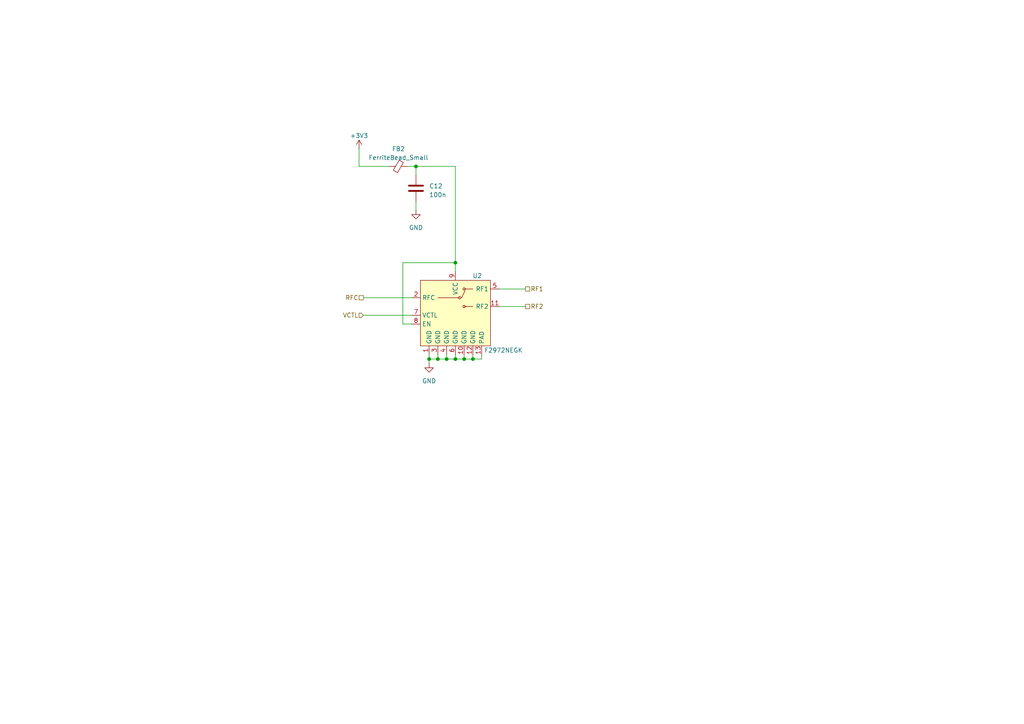
<source format=kicad_sch>
(kicad_sch (version 20210406) (generator eeschema)
  (paper "A4")
  (lib_symbols
    (symbol "Device:C" (pin_numbers hide) (pin_names (offset 0.254))
      (property "Reference" "C" (at 0.635 2.54 0))
      (property "Value" "C" (at 0.635 -2.54 0))
      (symbol "C_0_1"
        (polyline (pts (xy -2.032 -0.762) (xy 2.032 -0.762)) (stroke (width 0.508)))
        (polyline (pts (xy -2.032 0.762) (xy 2.032 0.762)) (stroke (width 0.508)))
      )
      (symbol "C_1_1"
        (pin passive line (at 0 3.81 270) (length 2.794) (name "~") (number "1"))
        (pin passive line (at 0 -3.81 90) (length 2.794) (name "~") (number "2"))
      )
    )
    (symbol "Device:FerriteBead_Small" (pin_numbers hide) (pin_names (offset 0))
      (property "Reference" "FB" (at 1.905 1.27 0))
      (property "Value" "FerriteBead_Small" (at 1.905 -1.27 0))
      (symbol "FerriteBead_Small_0_1"
        (polyline (pts (xy 0 -1.27) (xy 0 -0.7874)))
        (polyline (pts (xy 0 0.889) (xy 0 1.2954)))
        (polyline (pts (xy -1.8288 0.2794) (xy -1.1176 1.4986) (xy 1.8288 -0.2032) (xy 1.1176 -1.4224) (xy -1.8288 0.2794)))
      )
      (symbol "FerriteBead_Small_1_1"
        (pin passive line (at 0 2.54 270) (length 1.27) (name "~") (number "1"))
        (pin passive line (at 0 -2.54 90) (length 1.27) (name "~") (number "2"))
      )
    )
    (symbol "RF_WUT:F2972NEGK"
      (property "Reference" "U" (at 8.89 6.35 0))
      (property "Value" "F2972NEGK" (at 15.24 -15.24 0))
      (symbol "F2972NEGK_0_1"
        (circle (center 1.27 0) (radius 0.3592) (stroke (width 0.1524)))
        (circle (center 2.54 -2.54) (radius 0.3592) (stroke (width 0.1524)))
        (circle (center 2.54 2.54) (radius 0.3592) (stroke (width 0.1524)))
        (rectangle (start -10.16 5.08) (end 10.16 -13.97) (stroke (width 0.1524)) (fill (type background)))
        (polyline (pts (xy -5.08 0) (xy 1.27 0)) (stroke (width 0.1524)))
        (polyline (pts (xy 1.778 0) (xy 2.794 2.032)) (stroke (width 0.1524)))
        (polyline (pts (xy 5.08 -2.54) (xy 2.54 -2.54)) (stroke (width 0.1524)))
        (polyline (pts (xy 5.08 2.54) (xy 3.81 2.54) (xy 2.54 2.54)) (stroke (width 0.1524)))
      )
      (symbol "F2972NEGK_1_1"
        (pin power_in line (at -7.62 -16.51 90) (length 2.54) (name "GND") (number "1"))
        (pin power_in line (at 2.54 -16.51 90) (length 2.54) (name "GND") (number "10"))
        (pin passive line (at 12.7 -2.54 180) (length 2.54) (name "RF2") (number "11"))
        (pin power_in line (at 5.08 -16.51 90) (length 2.54) (name "GND") (number "12"))
        (pin power_in line (at 7.62 -16.51 90) (length 2.54) (name "PAD") (number "13"))
        (pin passive line (at -12.7 0 0) (length 2.54) (name "RFC") (number "2"))
        (pin power_in line (at -5.08 -16.51 90) (length 2.54) (name "GND") (number "3"))
        (pin power_in line (at -2.54 -16.51 90) (length 2.54) (name "GND") (number "4"))
        (pin passive line (at 12.7 2.54 180) (length 2.54) (name "RF1") (number "5"))
        (pin power_in line (at 0 -16.51 90) (length 2.54) (name "GND") (number "6"))
        (pin input line (at -12.7 -5.08 0) (length 2.54) (name "VCTL") (number "7"))
        (pin input line (at -12.7 -7.62 0) (length 2.54) (name "EN") (number "8"))
        (pin power_in line (at 0 7.62 270) (length 2.54) (name "VCC") (number "9"))
      )
    )
    (symbol "power:+3.3V" (power) (pin_names (offset 0))
      (property "Value" "+3.3V" (at 0 3.556 0))
      (symbol "+3.3V_0_1"
        (polyline (pts (xy -0.762 1.27) (xy 0 2.54)))
        (polyline (pts (xy 0 0) (xy 0 2.54)))
        (polyline (pts (xy 0 2.54) (xy 0.762 1.27)))
      )
      (symbol "+3.3V_1_1"
        (pin power_in line (at 0 0 90) (length 0) hide (name "+3V3") (number "1"))
      )
    )
    (symbol "power:GND" (power) (pin_names (offset 0))
      (property "Value" "GND" (at 0 -3.81 0))
      (symbol "GND_0_1"
        (polyline (pts (xy 0 0) (xy 0 -1.27) (xy 1.27 -1.27) (xy 0 -2.54) (xy -1.27 -1.27) (xy 0 -1.27)))
      )
      (symbol "GND_1_1"
        (pin power_in line (at 0 0 270) (length 0) hide (name "GND") (number "1"))
      )
    )
  )
  (junction (at 120.65 48.26) (diameter 0.9144))
  (junction (at 124.46 104.14) (diameter 0.9144))
  (junction (at 127 104.14) (diameter 0.9144))
  (junction (at 129.54 104.14) (diameter 0.9144))
  (junction (at 132.08 76.2) (diameter 0.9144))
  (junction (at 132.08 104.14) (diameter 0.9144))
  (junction (at 134.62 104.14) (diameter 0.9144))
  (junction (at 137.16 104.14) (diameter 0.9144))
  (wire (pts (xy 104.14 48.26) (xy 104.14 43.18)))
  (wire (pts (xy 105.41 86.36) (xy 119.38 86.36)))
  (wire (pts (xy 105.41 91.44) (xy 119.38 91.44)))
  (wire (pts (xy 113.03 48.26) (xy 104.14 48.26)))
  (wire (pts (xy 116.84 76.2) (xy 132.08 76.2)))
  (wire (pts (xy 116.84 93.98) (xy 116.84 76.2)))
  (wire (pts (xy 118.11 48.26) (xy 120.65 48.26)))
  (wire (pts (xy 119.38 93.98) (xy 116.84 93.98)))
  (wire (pts (xy 120.65 48.26) (xy 120.65 50.8)))
  (wire (pts (xy 120.65 48.26) (xy 132.08 48.26)))
  (wire (pts (xy 120.65 58.42) (xy 120.65 60.96)))
  (wire (pts (xy 124.46 102.87) (xy 124.46 104.14)))
  (wire (pts (xy 124.46 104.14) (xy 124.46 105.41)))
  (wire (pts (xy 124.46 104.14) (xy 127 104.14)))
  (wire (pts (xy 127 102.87) (xy 127 104.14)))
  (wire (pts (xy 127 104.14) (xy 129.54 104.14)))
  (wire (pts (xy 129.54 102.87) (xy 129.54 104.14)))
  (wire (pts (xy 129.54 104.14) (xy 132.08 104.14)))
  (wire (pts (xy 132.08 48.26) (xy 132.08 76.2)))
  (wire (pts (xy 132.08 76.2) (xy 132.08 78.74)))
  (wire (pts (xy 132.08 102.87) (xy 132.08 104.14)))
  (wire (pts (xy 132.08 104.14) (xy 134.62 104.14)))
  (wire (pts (xy 134.62 102.87) (xy 134.62 104.14)))
  (wire (pts (xy 134.62 104.14) (xy 137.16 104.14)))
  (wire (pts (xy 137.16 102.87) (xy 137.16 104.14)))
  (wire (pts (xy 137.16 104.14) (xy 139.7 104.14)))
  (wire (pts (xy 139.7 104.14) (xy 139.7 102.87)))
  (wire (pts (xy 144.78 83.82) (xy 152.4 83.82)))
  (wire (pts (xy 144.78 88.9) (xy 152.4 88.9)))
  (hierarchical_label "RFC" (shape passive) (at 105.41 86.36 180))
  (hierarchical_label "VCTL" (shape input) (at 105.41 91.44 180))
  (hierarchical_label "RF1" (shape passive) (at 152.4 83.82 0))
  (hierarchical_label "RF2" (shape passive) (at 152.4 88.9 0))
  (symbol (lib_id "power:+3.3V") (at 104.14 43.18 0)
    (property "Reference" "#PWR013" (effects hide))
    (property "Value" "+3.3V" (at 104.14 39.37 0))
  )
  (symbol (lib_id "power:GND") (at 120.65 60.96 0)
    (property "Reference" "#PWR014" (effects hide))
    (property "Value" "GND" (at 120.65 66.04 0))
  )
  (symbol (lib_id "power:GND") (at 124.46 105.41 0)
    (property "Reference" "#PWR015" (effects hide))
    (property "Value" "GND" (at 124.46 110.49 0))
  )
  (symbol (lib_id "Device:FerriteBead_Small") (at 115.57 48.26 90)
    (property "Reference" "FB2" (at 115.57 43.18 90))
    (property "Value" "FerriteBead_Small" (at 115.57 45.72 90))
    (property "Footprint" "Inductor_SMD:L_0402_1005Metric" (effects hide))
  )
  (symbol (lib_id "Device:C") (at 120.65 54.61 0)
    (property "Reference" "C12" (at 124.46 53.9749 0) (effects (justify left)))
    (property "Value" "100n" (at 124.46 56.5149 0) (effects (justify left)))
    (property "Footprint" "Capacitor_SMD:C_0402_1005Metric" (effects hide))
  )
  (symbol (lib_id "RF_WUT:F2972NEGK") (at 132.08 86.36 0)
    (property "Reference" "U2" (at 138.43 80.01 0))
    (property "Value" "F2972NEGK" (at 146.05 101.6 0))
    (property "Footprint" "RF_WUT:Renesas_QFN-12-1EP_2x2mm_P0.5mm_EP1.1x1.1mm" (effects hide))
  )
)
</source>
